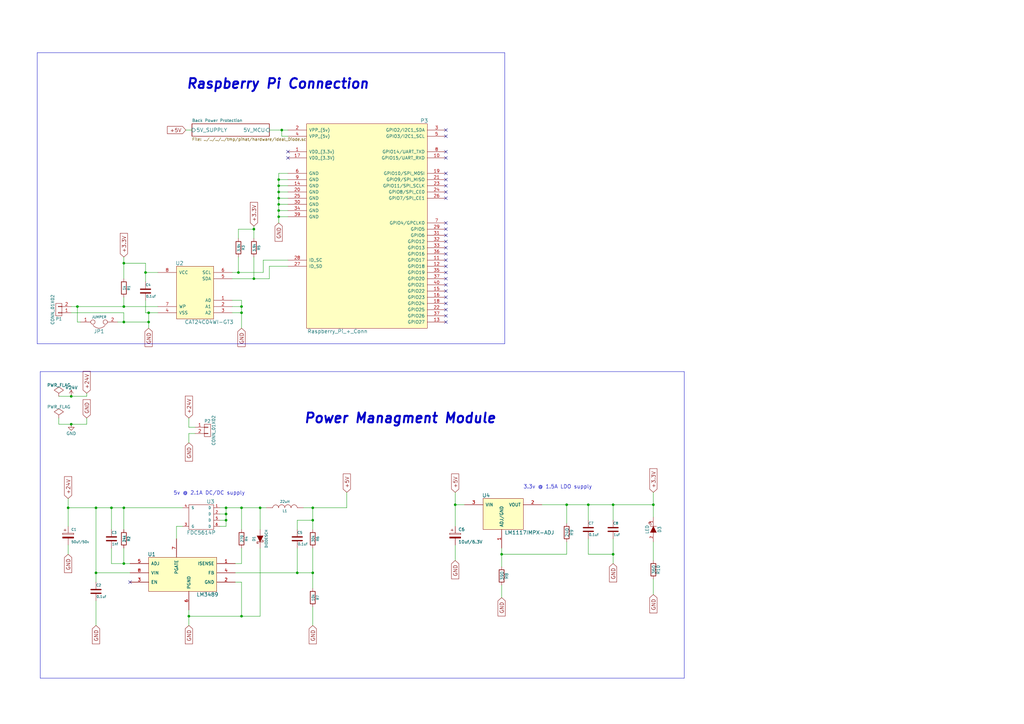
<source format=kicad_sch>
(kicad_sch (version 20230121) (generator eeschema)
  (paper "A3")
  (lib_symbols
    (symbol "cat24c32hu4i-gt3:CAT24C32HU4I-GT3" (pin_names (offset 1.016))
      (property "Reference" "U" (at -2.54 3.81 0))
      (property "Value" "CAT24C32HU4I-GT3" (at 10.16 -20.32 0))
      (symbol "CAT24C32HU4I-GT3_0_1"
        (rectangle (start -3.81 2.54) (end 11.43 -19.05) (fill (type background)))
      )
      (symbol "CAT24C32HU4I-GT3_1_1"
        (pin input line (at 19.05 -11.43 180) (length 7.5946) (name "A0") (number "1"))
        (pin input line (at 19.05 -13.97 180) (length 7.5946) (name "A1") (number "2"))
        (pin input line (at 19.05 -16.51 180) (length 7.5946) (name "A2") (number "3"))
        (pin input line (at -11.43 -16.51 0) (length 7.5946) (name "VSS") (number "4"))
        (pin input line (at 19.05 -2.54 180) (length 7.5946) (name "SDA") (number "5"))
        (pin input line (at 19.05 0 180) (length 7.5946) (name "SCL") (number "6"))
        (pin input line (at -11.43 -13.97 0) (length 7.5946) (name "WP") (number "7"))
        (pin input line (at -11.43 0 0) (length 7.5946) (name "VCC") (number "8"))
      )
    )
    (symbol "fdc5614p:FDC5614P" (pin_names (offset 1.016))
      (property "Reference" "U" (at -3.81 6.35 0))
      (property "Value" "FDC5614P" (at 0 -6.35 0))
      (symbol "FDC5614P_0_1"
        (rectangle (start -5.08 5.08) (end 5.08 -5.08))
      )
      (symbol "FDC5614P_1_1"
        (pin passive line (at -7.62 3.81 0) (length 2.54) (name "D") (number "1"))
        (pin passive line (at -7.62 1.27 0) (length 2.54) (name "D") (number "2"))
        (pin passive line (at 7.62 -3.81 180) (length 2.54) (name "G") (number "3"))
        (pin passive line (at 7.62 3.81 180) (length 2.54) (name "S") (number "4"))
        (pin passive line (at -7.62 -1.27 0) (length 2.54) (name "D") (number "5"))
        (pin passive line (at -7.62 -3.81 0) (length 2.54) (name "D") (number "6"))
      )
    )
    (symbol "lm1117:LM1117IMPX-ADJ" (pin_names (offset 1.016))
      (property "Reference" "U" (at -6.35 7.62 0))
      (property "Value" "LM1117IMPX-ADJ" (at 11.43 -7.62 0))
      (symbol "LM1117IMPX-ADJ_0_1"
        (rectangle (start -7.62 6.35) (end 8.89 -6.35) (fill (type background)))
      )
      (symbol "LM1117IMPX-ADJ_1_1"
        (pin input line (at 0 -13.97 90) (length 7.5946) (name "ADJ/GND") (number "1"))
        (pin input line (at 16.51 3.81 180) (length 7.5946) (name "VOUT") (number "2"))
        (pin input line (at -15.24 3.81 0) (length 7.5946) (name "VIN") (number "3"))
      )
    )
    (symbol "lm3489:LM3489" (pin_names (offset 1.016))
      (property "Reference" "U" (at -10.16 1.27 0))
      (property "Value" "LM3489" (at 12.7 -15.24 0))
      (symbol "LM3489_0_1"
        (rectangle (start -11.43 0) (end 16.51 -13.97) (fill (type background)))
      )
      (symbol "LM3489_1_1"
        (pin input line (at 24.13 -2.54 180) (length 7.5946) (name "ISENSE") (number "1"))
        (pin input line (at 24.13 -10.16 180) (length 7.5946) (name "GND") (number "2"))
        (pin input line (at -19.05 -10.16 0) (length 7.5946) (name "EN") (number "3"))
        (pin input line (at 24.13 -6.35 180) (length 7.5946) (name "FB") (number "4"))
        (pin input line (at -19.05 -2.54 0) (length 7.5946) (name "ADJ") (number "5"))
        (pin input line (at 5.08 -21.59 90) (length 7.5946) (name "PGND") (number "6"))
        (pin input line (at 0 7.62 270) (length 7.5946) (name "PGATE") (number "7"))
        (pin input line (at -19.05 -6.35 0) (length 7.5946) (name "VIN") (number "8"))
      )
    )
    (symbol "pihat_template-rescue:+24V" (power) (pin_names (offset 0))
      (property "Value" "+24V" (at 0 3.556 0))
      (symbol "+24V_0_1"
        (polyline (pts (xy -0.762 1.27) (xy 0 2.54)))
        (polyline (pts (xy 0 0) (xy 0 2.54)))
        (polyline (pts (xy 0 2.54) (xy 0.762 1.27)))
      )
      (symbol "+24V_1_1"
        (pin power_in line (at 0 0 90) (length 0) hide (name "+24V") (number "1"))
      )
    )
    (symbol "pihat_template-rescue:C" (pin_numbers hide) (pin_names (offset 0.254))
      (property "Reference" "C" (at 0.635 2.54 0))
      (property "Value" "C" (at 0.635 -2.54 0))
      (symbol "C_0_1"
        (polyline (pts (xy -2.032 -0.762) (xy 2.032 -0.762)) (stroke (width 0.508)))
        (polyline (pts (xy -2.032 0.762) (xy 2.032 0.762)) (stroke (width 0.508)))
      )
      (symbol "C_1_1"
        (pin passive line (at 0 3.81 270) (length 2.794) (name "~") (number "1"))
        (pin passive line (at 0 -3.81 90) (length 2.794) (name "~") (number "2"))
      )
    )
    (symbol "pihat_template-rescue:CONN_01X02" (pin_names (offset 1.016) hide)
      (property "Reference" "P" (at 0 3.81 0))
      (property "Value" "CONN_01X02" (at 2.54 0 90))
      (symbol "CONN_01X02_0_1"
        (rectangle (start -1.27 -1.143) (end 0.254 -1.397))
        (rectangle (start -1.27 1.397) (end 0.254 1.143))
        (rectangle (start -1.27 2.54) (end 1.27 -2.54))
      )
      (symbol "CONN_01X02_1_1"
        (pin passive line (at -5.08 1.27 0) (length 3.81) (name "P1") (number "1"))
        (pin passive line (at -5.08 -1.27 0) (length 3.81) (name "P2") (number "2"))
      )
    )
    (symbol "pihat_template-rescue:CP" (pin_numbers hide) (pin_names (offset 0.254))
      (property "Reference" "C" (at 0.635 2.54 0))
      (property "Value" "CP" (at 0.635 -2.54 0))
      (symbol "CP_0_1"
        (rectangle (start -2.286 0.508) (end -2.286 1.016))
        (rectangle (start -2.286 0.508) (end 2.286 0.508))
        (polyline (pts (xy -1.778 2.286) (xy -0.762 2.286)))
        (polyline (pts (xy -1.27 2.794) (xy -1.27 1.778)))
        (rectangle (start 2.286 -0.508) (end -2.286 -1.016) (fill (type outline)))
        (rectangle (start 2.286 1.016) (end -2.286 1.016))
        (rectangle (start 2.286 1.016) (end 2.286 0.508))
      )
      (symbol "CP_1_1"
        (pin passive line (at 0 3.81 270) (length 2.794) (name "~") (number "1"))
        (pin passive line (at 0 -3.81 90) (length 2.794) (name "~") (number "2"))
      )
    )
    (symbol "pihat_template-rescue:D_Schottky" (pin_numbers hide) (pin_names (offset 1.016) hide)
      (property "Reference" "D" (at 0 2.54 0))
      (property "Value" "D_Schottky" (at 0 -2.54 0))
      (symbol "D_Schottky_0_1"
        (polyline (pts (xy 1.27 1.27) (xy -1.27 0) (xy 1.27 -1.27)) (fill (type outline)))
        (polyline (pts (xy -1.905 0.635) (xy -1.905 1.27) (xy -1.27 1.27) (xy -1.27 -1.27) (xy -0.635 -1.27) (xy -0.635 -0.635)) (stroke (width 0.2032)))
      )
      (symbol "D_Schottky_1_1"
        (pin passive line (at -3.81 0 0) (length 2.54) (name "K") (number "1"))
        (pin passive line (at 3.81 0 180) (length 2.54) (name "A") (number "2"))
      )
    )
    (symbol "pihat_template-rescue:GND" (power) (pin_names (offset 0))
      (property "Value" "GND" (at 0 -3.81 0))
      (symbol "GND_0_1"
        (polyline (pts (xy 0 0) (xy 0 -1.27) (xy 1.27 -1.27) (xy 0 -2.54) (xy -1.27 -1.27) (xy 0 -1.27)))
      )
      (symbol "GND_1_1"
        (pin power_in line (at 0 0 270) (length 0) hide (name "GND") (number "1"))
      )
    )
    (symbol "pihat_template-rescue:INDUCTOR" (pin_numbers hide) (pin_names (offset 1.016) hide)
      (property "Reference" "L" (at -1.27 0 90))
      (property "Value" "INDUCTOR" (at 2.54 0 90))
      (symbol "INDUCTOR_0_1"
        (arc (start 0.0254 -5.0546) (mid 1.2449 -3.8097) (end 0.0254 -2.54))
        (arc (start 0.0254 -2.5146) (mid 1.2703 -1.2444) (end 0.0254 0.0508))
        (arc (start 0.0254 0.0254) (mid 1.2703 1.2956) (end 0.0254 2.5908))
        (arc (start 0.0254 2.5654) (mid 1.1941 3.7595) (end 0.0254 4.9784))
      )
      (symbol "INDUCTOR_1_1"
        (pin passive line (at 0 7.62 270) (length 2.54) (name "1") (number "1"))
        (pin passive line (at 0 -7.62 90) (length 2.54) (name "2") (number "2"))
      )
    )
    (symbol "pihat_template-rescue:JUMPER" (pin_names (offset 0.762) hide)
      (property "Reference" "JP" (at 0 3.81 0))
      (property "Value" "JUMPER" (at 0 -2.032 0))
      (symbol "JUMPER_0_1"
        (circle (center -2.54 0) (radius 0.889))
        (arc (start 2.5146 1.27) (mid 0.0078 2.5097) (end -2.4892 1.27))
        (circle (center 2.54 0) (radius 0.889))
        (pin passive line (at -7.62 0 0) (length 4.191) (name "1") (number "1"))
        (pin passive line (at 7.62 0 180) (length 4.191) (name "2") (number "2"))
      )
    )
    (symbol "pihat_template-rescue:LED" (pin_names (offset 1.016) hide)
      (property "Reference" "D" (at 0 2.54 0))
      (property "Value" "LED" (at 0 -2.54 0))
      (symbol "LED_0_1"
        (polyline (pts (xy -1.27 1.27) (xy -1.27 -1.27)))
        (polyline (pts (xy -2.032 -0.635) (xy -3.175 -1.651) (xy -3.048 -1.016)))
        (polyline (pts (xy -1.651 -1.016) (xy -2.794 -2.032) (xy -2.667 -1.397)))
        (polyline (pts (xy 1.27 1.27) (xy -1.27 0) (xy 1.27 -1.27)) (fill (type outline)))
      )
      (symbol "LED_1_1"
        (pin passive line (at -5.08 0 0) (length 3.81) (name "K") (number "1"))
        (pin passive line (at 5.08 0 180) (length 3.81) (name "A") (number "2"))
      )
    )
    (symbol "pihat_template-rescue:PWR_FLAG" (power) (pin_numbers hide) (pin_names (offset 0) hide)
      (property "Value" "PWR_FLAG" (at 0 4.572 0))
      (symbol "PWR_FLAG_0_0"
        (pin power_out line (at 0 0 90) (length 0) (name "pwr") (number "1"))
      )
      (symbol "PWR_FLAG_0_1"
        (polyline (pts (xy 0 0) (xy 0 1.27) (xy -1.905 2.54) (xy 0 3.81) (xy 1.905 2.54) (xy 0 1.27)))
      )
    )
    (symbol "pihat_template-rescue:R" (pin_numbers hide) (pin_names (offset 0))
      (property "Reference" "R" (at 2.032 0 90))
      (property "Value" "R" (at 0 0 90))
      (symbol "R_0_1"
        (rectangle (start -1.016 -2.54) (end 1.016 2.54) (stroke (width 0.254)))
      )
      (symbol "R_1_1"
        (pin passive line (at 0 3.81 270) (length 1.27) (name "~") (number "1"))
        (pin passive line (at 0 -3.81 90) (length 1.27) (name "~") (number "2"))
      )
    )
    (symbol "raspberry_pi_+_conn:Raspberry_Pi_+_Conn" (pin_names (offset 1.016))
      (property "Reference" "P" (at -27.94 49.53 0))
      (property "Value" "Raspberry_Pi_+_Conn" (at 7.62 -36.83 0))
      (symbol "Raspberry_Pi_+_Conn_0_1"
        (rectangle (start -29.21 48.26) (end 20.32 -35.56) (fill (type background)))
      )
      (symbol "Raspberry_Pi_+_Conn_1_1"
        (pin input line (at 27.94 36.83 180) (length 7.5946) (name "VDD_(3.3v)") (number "1"))
        (pin input line (at -36.83 34.29 0) (length 7.5946) (name "GPIO15/UART_RXD") (number "10"))
        (pin input line (at -36.83 -7.62 0) (length 7.5946) (name "GPIO17") (number "11"))
        (pin input line (at -36.83 -10.16 0) (length 7.5946) (name "GPIO18") (number "12"))
        (pin input line (at -36.83 -33.02 0) (length 7.5946) (name "GPIO27") (number "13"))
        (pin input line (at 27.94 22.86 180) (length 7.5946) (name "GND") (number "14"))
        (pin input line (at -36.83 -20.32 0) (length 7.5946) (name "GPIO22") (number "15"))
        (pin input line (at -36.83 -22.86 0) (length 7.5946) (name "GPIO23") (number "16"))
        (pin input line (at 27.94 34.29 180) (length 7.5946) (name "VDD_(3.3V)") (number "17"))
        (pin input line (at -36.83 -25.4 0) (length 7.5946) (name "GPIO24") (number "18"))
        (pin input line (at -36.83 27.94 0) (length 7.5946) (name "GPIO10/SPI_M0SI") (number "19"))
        (pin input line (at 27.94 45.72 180) (length 7.5946) (name "VPP_(5v)") (number "2"))
        (pin input line (at 27.94 20.32 180) (length 7.5946) (name "GND") (number "20"))
        (pin input line (at -36.83 25.4 0) (length 7.5946) (name "GPIO9/SPI_MISO") (number "21"))
        (pin input line (at -36.83 -27.94 0) (length 7.5946) (name "GPIO25") (number "22"))
        (pin input line (at -36.83 22.86 0) (length 7.5946) (name "GPIO11/SPI_SCLK") (number "23"))
        (pin input line (at -36.83 20.32 0) (length 7.5946) (name "GPIO8/SPI_CE0") (number "24"))
        (pin input line (at 27.94 17.78 180) (length 7.5946) (name "GND") (number "25"))
        (pin input line (at -36.83 17.78 0) (length 7.5946) (name "GPIO7/SPI_CE1") (number "26"))
        (pin input line (at 27.94 -10.16 180) (length 7.5946) (name "ID_SD") (number "27"))
        (pin input line (at 27.94 -7.62 180) (length 7.5946) (name "ID_SC") (number "28"))
        (pin input line (at -36.83 5.08 0) (length 7.5946) (name "GPIO5") (number "29"))
        (pin input line (at -36.83 45.72 0) (length 7.5946) (name "GPIO2/I2C1_SDA") (number "3"))
        (pin input line (at 27.94 15.24 180) (length 7.5946) (name "GND") (number "30"))
        (pin input line (at -36.83 2.54 0) (length 7.5946) (name "GPIO6") (number "31"))
        (pin input line (at -36.83 0 0) (length 7.5946) (name "GPIO12") (number "32"))
        (pin input line (at -36.83 -2.54 0) (length 7.5946) (name "GPIO13") (number "33"))
        (pin input line (at 27.94 12.7 180) (length 7.5946) (name "GND") (number "34"))
        (pin input line (at -36.83 -12.7 0) (length 7.5946) (name "GPIO19") (number "35"))
        (pin input line (at -36.83 -5.08 0) (length 7.5946) (name "GPIO16") (number "36"))
        (pin input line (at -36.83 -15.24 0) (length 7.5946) (name "GPIO20") (number "37"))
        (pin input line (at -36.83 -30.48 0) (length 7.5946) (name "GPIO26") (number "37"))
        (pin input line (at 27.94 10.16 180) (length 7.5946) (name "GND") (number "39"))
        (pin input line (at 27.94 43.18 180) (length 7.5946) (name "VPP_(5v)") (number "4"))
        (pin input line (at -36.83 -17.78 0) (length 7.5946) (name "GPIO21") (number "40"))
        (pin input line (at -36.83 43.18 0) (length 7.5946) (name "GPIO3/I2C1_SCL") (number "5"))
        (pin input line (at 27.94 27.94 180) (length 7.5946) (name "GND") (number "6"))
        (pin input line (at -36.83 7.62 0) (length 7.5946) (name "GPIO4/GPCLK0") (number "7"))
        (pin input line (at -36.83 36.83 0) (length 7.5946) (name "GPIO14/UART_TXD") (number "8"))
        (pin input line (at 27.94 25.4 180) (length 7.5946) (name "GND") (number "9"))
      )
    )
  )
  (junction (at 39.37 208.28))
  (junction (at 232.41 207.01))
  (junction (at 106.68 208.28))
  (junction (at 50.8 132.08))
  (junction (at 114.3 83.82))
  (junction (at 114.3 81.28))
  (junction (at 114.3 86.36))
  (junction (at 92.71 208.28))
  (junction (at 39.37 234.95))
  (junction (at 50.8 231.14))
  (junction (at 104.14 114.3))
  (junction (at 50.8 208.28))
  (junction (at 99.06 125.73))
  (junction (at 29.21 173.99))
  (junction (at 99.06 252.73))
  (junction (at 50.8 107.95))
  (junction (at 31.75 125.73))
  (junction (at 77.47 252.73))
  (junction (at 104.14 93.98))
  (junction (at 92.71 210.82))
  (junction (at 128.27 234.95))
  (junction (at 128.27 208.28))
  (junction (at 97.79 111.76))
  (junction (at 114.3 78.74))
  (junction (at 50.8 125.73))
  (junction (at 114.3 73.66))
  (junction (at 241.3 207.01))
  (junction (at 99.06 208.28))
  (junction (at 267.97 207.01))
  (junction (at 186.69 207.01))
  (junction (at 205.74 227.33))
  (junction (at 128.27 213.36))
  (junction (at 115.57 53.34))
  (junction (at 45.72 208.28))
  (junction (at 59.69 111.76))
  (junction (at 60.96 132.08))
  (junction (at 27.94 208.28))
  (junction (at 251.46 207.01))
  (junction (at 121.92 234.95))
  (junction (at 29.21 162.56))
  (junction (at 99.06 128.27))
  (junction (at 114.3 88.9))
  (junction (at 60.96 128.27))
  (junction (at 92.71 213.36))
  (junction (at 251.46 227.33))
  (junction (at 114.3 76.2))
  (no_connect (at 182.88 109.22))
  (no_connect (at 182.88 106.68))
  (no_connect (at 182.88 132.08))
  (no_connect (at 182.88 73.66))
  (no_connect (at 118.11 62.23))
  (no_connect (at 182.88 91.44))
  (no_connect (at 182.88 62.23))
  (no_connect (at 182.88 76.2))
  (no_connect (at 182.88 81.28))
  (no_connect (at 182.88 55.88))
  (no_connect (at 182.88 101.6))
  (no_connect (at 182.88 121.92))
  (no_connect (at 182.88 111.76))
  (no_connect (at 182.88 53.34))
  (no_connect (at 182.88 93.98))
  (no_connect (at 182.88 129.54))
  (no_connect (at 182.88 119.38))
  (no_connect (at 182.88 78.74))
  (no_connect (at 182.88 99.06))
  (no_connect (at 182.88 124.46))
  (no_connect (at 182.88 64.77))
  (no_connect (at 182.88 116.84))
  (no_connect (at 182.88 71.12))
  (no_connect (at 182.88 114.3))
  (no_connect (at 182.88 127))
  (no_connect (at 182.88 104.14))
  (no_connect (at 53.34 238.76))
  (no_connect (at 118.11 64.77))
  (no_connect (at 182.88 96.52))
  (wire (pts (xy 60.96 128.27) (xy 60.96 132.08)))
  (wire (pts (xy 114.3 86.36) (xy 114.3 88.9)))
  (wire (pts (xy 50.8 107.95) (xy 50.8 114.3)))
  (wire (pts (xy 118.11 81.28) (xy 114.3 81.28)))
  (wire (pts (xy 45.72 224.79) (xy 45.72 231.14)))
  (wire (pts (xy 107.95 106.68) (xy 118.11 106.68)))
  (wire (pts (xy 92.71 215.9) (xy 90.17 215.9)))
  (wire (pts (xy 97.79 105.41) (xy 97.79 111.76)))
  (wire (pts (xy 205.74 227.33) (xy 205.74 232.41)))
  (wire (pts (xy 114.3 88.9) (xy 118.11 88.9)))
  (wire (pts (xy 77.47 252.73) (xy 77.47 256.54)))
  (wire (pts (xy 27.94 208.28) (xy 27.94 215.9)))
  (wire (pts (xy 95.25 114.3) (xy 104.14 114.3)))
  (wire (pts (xy 232.41 207.01) (xy 232.41 214.63)))
  (wire (pts (xy 241.3 227.33) (xy 251.46 227.33)))
  (wire (pts (xy 92.71 213.36) (xy 90.17 213.36)))
  (wire (pts (xy 97.79 93.98) (xy 97.79 97.79)))
  (wire (pts (xy 59.69 128.27) (xy 60.96 128.27)))
  (wire (pts (xy 59.69 107.95) (xy 59.69 111.76)))
  (wire (pts (xy 115.57 55.88) (xy 115.57 53.34)))
  (wire (pts (xy 118.11 73.66) (xy 114.3 73.66)))
  (wire (pts (xy 50.8 128.27) (xy 50.8 132.08)))
  (wire (pts (xy 50.8 231.14) (xy 53.34 231.14)))
  (wire (pts (xy 90.17 210.82) (xy 92.71 210.82)))
  (wire (pts (xy 50.8 208.28) (xy 50.8 217.17)))
  (wire (pts (xy 45.72 208.28) (xy 50.8 208.28)))
  (polyline (pts (xy 16.51 278.13) (xy 280.67 278.13)))
  (wire (pts (xy 118.11 83.82) (xy 114.3 83.82)))
  (wire (pts (xy 251.46 220.98) (xy 251.46 227.33)))
  (wire (pts (xy 50.8 208.28) (xy 74.93 208.28)))
  (wire (pts (xy 99.06 123.19) (xy 99.06 125.73)))
  (wire (pts (xy 59.69 107.95) (xy 50.8 107.95)))
  (polyline (pts (xy 280.67 152.4) (xy 16.51 152.4)))
  (wire (pts (xy 95.25 111.76) (xy 97.79 111.76)))
  (wire (pts (xy 267.97 207.01) (xy 267.97 212.09)))
  (wire (pts (xy 29.21 162.56) (xy 35.56 162.56)))
  (wire (pts (xy 50.8 224.79) (xy 50.8 231.14)))
  (wire (pts (xy 99.06 238.76) (xy 99.06 252.73)))
  (wire (pts (xy 27.94 208.28) (xy 39.37 208.28)))
  (wire (pts (xy 241.3 207.01) (xy 241.3 213.36)))
  (wire (pts (xy 104.14 105.41) (xy 104.14 114.3)))
  (wire (pts (xy 251.46 207.01) (xy 267.97 207.01)))
  (wire (pts (xy 99.06 208.28) (xy 99.06 217.17)))
  (wire (pts (xy 27.94 204.47) (xy 27.94 208.28)))
  (polyline (pts (xy 15.24 140.97) (xy 207.01 140.97)))
  (wire (pts (xy 74.93 215.9) (xy 72.39 215.9)))
  (wire (pts (xy 241.3 207.01) (xy 251.46 207.01)))
  (wire (pts (xy 35.56 162.56) (xy 35.56 161.29)))
  (wire (pts (xy 251.46 207.01) (xy 251.46 213.36)))
  (wire (pts (xy 106.68 252.73) (xy 106.68 224.79)))
  (wire (pts (xy 104.14 92.71) (xy 104.14 93.98)))
  (wire (pts (xy 114.3 73.66) (xy 114.3 76.2)))
  (wire (pts (xy 110.49 109.22) (xy 118.11 109.22)))
  (wire (pts (xy 104.14 114.3) (xy 110.49 114.3)))
  (wire (pts (xy 267.97 201.93) (xy 267.97 207.01)))
  (wire (pts (xy 77.47 175.26) (xy 77.47 171.45)))
  (wire (pts (xy 104.14 93.98) (xy 104.14 97.79)))
  (wire (pts (xy 190.5 207.01) (xy 186.69 207.01)))
  (wire (pts (xy 118.11 78.74) (xy 114.3 78.74)))
  (wire (pts (xy 92.71 213.36) (xy 92.71 215.9)))
  (wire (pts (xy 205.74 240.03) (xy 205.74 245.11)))
  (wire (pts (xy 99.06 252.73) (xy 106.68 252.73)))
  (wire (pts (xy 64.77 111.76) (xy 59.69 111.76)))
  (wire (pts (xy 59.69 111.76) (xy 59.69 115.57)))
  (wire (pts (xy 99.06 231.14) (xy 96.52 231.14)))
  (wire (pts (xy 60.96 132.08) (xy 60.96 134.62)))
  (polyline (pts (xy 207.01 140.97) (xy 207.01 21.59)))
  (wire (pts (xy 110.49 114.3) (xy 110.49 109.22)))
  (wire (pts (xy 96.52 234.95) (xy 121.92 234.95)))
  (wire (pts (xy 48.26 132.08) (xy 50.8 132.08)))
  (wire (pts (xy 106.68 208.28) (xy 109.22 208.28)))
  (wire (pts (xy 267.97 237.49) (xy 267.97 243.84)))
  (wire (pts (xy 128.27 234.95) (xy 128.27 241.3)))
  (wire (pts (xy 99.06 125.73) (xy 99.06 128.27)))
  (wire (pts (xy 96.52 238.76) (xy 99.06 238.76)))
  (wire (pts (xy 121.92 213.36) (xy 128.27 213.36)))
  (polyline (pts (xy 280.67 278.13) (xy 280.67 152.4)))
  (wire (pts (xy 92.71 210.82) (xy 92.71 213.36)))
  (polyline (pts (xy 16.51 152.4) (xy 16.51 278.13)))
  (wire (pts (xy 115.57 53.34) (xy 118.11 53.34)))
  (wire (pts (xy 31.75 132.08) (xy 31.75 125.73)))
  (wire (pts (xy 92.71 208.28) (xy 99.06 208.28)))
  (wire (pts (xy 186.69 223.52) (xy 186.69 229.87)))
  (wire (pts (xy 29.21 173.99) (xy 35.56 173.99)))
  (wire (pts (xy 80.01 177.8) (xy 77.47 177.8)))
  (wire (pts (xy 128.27 208.28) (xy 128.27 213.36)))
  (wire (pts (xy 114.3 76.2) (xy 114.3 78.74)))
  (wire (pts (xy 121.92 224.79) (xy 121.92 234.95)))
  (wire (pts (xy 90.17 208.28) (xy 92.71 208.28)))
  (wire (pts (xy 95.25 125.73) (xy 99.06 125.73)))
  (wire (pts (xy 29.21 128.27) (xy 50.8 128.27)))
  (wire (pts (xy 128.27 248.92) (xy 128.27 256.54)))
  (wire (pts (xy 59.69 123.19) (xy 59.69 128.27)))
  (wire (pts (xy 77.47 177.8) (xy 77.47 181.61)))
  (wire (pts (xy 205.74 224.79) (xy 205.74 227.33)))
  (wire (pts (xy 232.41 207.01) (xy 241.3 207.01)))
  (wire (pts (xy 39.37 234.95) (xy 39.37 238.76)))
  (wire (pts (xy 50.8 105.41) (xy 50.8 107.95)))
  (wire (pts (xy 114.3 83.82) (xy 114.3 86.36)))
  (wire (pts (xy 72.39 215.9) (xy 72.39 220.98)))
  (wire (pts (xy 31.75 125.73) (xy 50.8 125.73)))
  (wire (pts (xy 76.2 53.34) (xy 78.74 53.34)))
  (wire (pts (xy 99.06 208.28) (xy 106.68 208.28)))
  (wire (pts (xy 121.92 213.36) (xy 121.92 217.17)))
  (wire (pts (xy 118.11 86.36) (xy 114.3 86.36)))
  (wire (pts (xy 45.72 208.28) (xy 45.72 217.17)))
  (wire (pts (xy 39.37 246.38) (xy 39.37 256.54)))
  (wire (pts (xy 118.11 55.88) (xy 115.57 55.88)))
  (wire (pts (xy 29.21 125.73) (xy 31.75 125.73)))
  (wire (pts (xy 104.14 93.98) (xy 97.79 93.98)))
  (wire (pts (xy 186.69 207.01) (xy 186.69 215.9)))
  (wire (pts (xy 251.46 227.33) (xy 251.46 231.14)))
  (wire (pts (xy 45.72 231.14) (xy 50.8 231.14)))
  (wire (pts (xy 77.47 252.73) (xy 99.06 252.73)))
  (wire (pts (xy 27.94 223.52) (xy 27.94 227.33)))
  (wire (pts (xy 114.3 88.9) (xy 114.3 91.44)))
  (wire (pts (xy 222.25 207.01) (xy 232.41 207.01)))
  (wire (pts (xy 50.8 125.73) (xy 50.8 121.92)))
  (wire (pts (xy 106.68 208.28) (xy 106.68 217.17)))
  (wire (pts (xy 60.96 128.27) (xy 64.77 128.27)))
  (wire (pts (xy 186.69 201.93) (xy 186.69 207.01)))
  (wire (pts (xy 241.3 220.98) (xy 241.3 227.33)))
  (wire (pts (xy 39.37 208.28) (xy 45.72 208.28)))
  (wire (pts (xy 50.8 125.73) (xy 64.77 125.73)))
  (wire (pts (xy 35.56 173.99) (xy 35.56 171.45)))
  (polyline (pts (xy 15.24 21.59) (xy 15.24 140.97)))
  (wire (pts (xy 142.24 208.28) (xy 142.24 201.93)))
  (wire (pts (xy 95.25 128.27) (xy 99.06 128.27)))
  (wire (pts (xy 24.13 171.45) (xy 24.13 173.99)))
  (wire (pts (xy 118.11 71.12) (xy 114.3 71.12)))
  (wire (pts (xy 99.06 224.79) (xy 99.06 231.14)))
  (wire (pts (xy 114.3 71.12) (xy 114.3 73.66)))
  (wire (pts (xy 77.47 250.19) (xy 77.47 252.73)))
  (wire (pts (xy 33.02 132.08) (xy 31.75 132.08)))
  (polyline (pts (xy 207.01 21.59) (xy 15.24 21.59)))
  (wire (pts (xy 114.3 81.28) (xy 114.3 83.82)))
  (wire (pts (xy 24.13 162.56) (xy 29.21 162.56)))
  (wire (pts (xy 232.41 222.25) (xy 232.41 227.33)))
  (wire (pts (xy 128.27 213.36) (xy 128.27 217.17)))
  (wire (pts (xy 110.49 53.34) (xy 115.57 53.34)))
  (wire (pts (xy 39.37 234.95) (xy 53.34 234.95)))
  (wire (pts (xy 50.8 132.08) (xy 60.96 132.08)))
  (wire (pts (xy 92.71 208.28) (xy 92.71 210.82)))
  (wire (pts (xy 232.41 227.33) (xy 205.74 227.33)))
  (wire (pts (xy 97.79 111.76) (xy 107.95 111.76)))
  (wire (pts (xy 267.97 222.25) (xy 267.97 229.87)))
  (wire (pts (xy 114.3 78.74) (xy 114.3 81.28)))
  (wire (pts (xy 99.06 128.27) (xy 99.06 134.62)))
  (wire (pts (xy 95.25 123.19) (xy 99.06 123.19)))
  (wire (pts (xy 121.92 234.95) (xy 128.27 234.95)))
  (wire (pts (xy 124.46 208.28) (xy 128.27 208.28)))
  (wire (pts (xy 80.01 175.26) (xy 77.47 175.26)))
  (wire (pts (xy 24.13 173.99) (xy 29.21 173.99)))
  (wire (pts (xy 107.95 111.76) (xy 107.95 106.68)))
  (wire (pts (xy 118.11 76.2) (xy 114.3 76.2)))
  (wire (pts (xy 128.27 208.28) (xy 142.24 208.28)))
  (wire (pts (xy 39.37 208.28) (xy 39.37 234.95)))
  (wire (pts (xy 128.27 224.79) (xy 128.27 234.95)))
  (text "5v @ 2.1A DC/DC supply" (at 71.12 203.2 0) (effects (font (size 1.524 1.524)) (justify left bottom)))
  (text "3.3v @ 1.5A LDO supply" (at 214.63 200.66 0) (effects (font (size 1.524 1.524)) (justify left bottom)))
  (text "Power Managment Module" (at 124.46 173.99 0) (effects (font (size 3.9878 3.9878) (thickness 0.7976) bold italic) (justify left bottom)))
  (text "Raspberry Pi Connection" (at 76.2 36.83 0) (effects (font (size 3.9878 3.9878) (thickness 0.7976) bold italic) (justify left bottom)))
  (global_label "+5V" (shape input) (at 186.69 201.93 90) (effects (font (size 1.524 1.524))) (property "Intersheetrefs" "${INTERSHEET_REFS}" (effects hide)))
  (global_label "GND" (shape input) (at 114.3 91.44 270) (effects (font (size 1.524 1.524))) (property "Intersheetrefs" "${INTERSHEET_REFS}" (effects hide)))
  (global_label "GND" (shape input) (at 205.74 245.11 270) (effects (font (size 1.524 1.524))) (property "Intersheetrefs" "${INTERSHEET_REFS}" (effects hide)))
  (global_label "GND" (shape input) (at 99.06 134.62 270) (effects (font (size 1.524 1.524))) (property "Intersheetrefs" "${INTERSHEET_REFS}" (effects hide)))
  (global_label "+3.3V" (shape input) (at 104.14 92.71 90) (effects (font (size 1.524 1.524))) (property "Intersheetrefs" "${INTERSHEET_REFS}" (effects hide)))
  (global_label "GND" (shape input) (at 35.56 171.45 90) (effects (font (size 1.524 1.524))) (property "Intersheetrefs" "${INTERSHEET_REFS}" (effects hide)))
  (global_label "+24V" (shape input) (at 35.56 161.29 90) (effects (font (size 1.524 1.524))) (property "Intersheetrefs" "${INTERSHEET_REFS}" (effects hide)))
  (global_label "GND" (shape input) (at 186.69 229.87 270) (effects (font (size 1.524 1.524))) (property "Intersheetrefs" "${INTERSHEET_REFS}" (effects hide)))
  (global_label "+3.3V" (shape input) (at 267.97 201.93 90) (effects (font (size 1.524 1.524))) (property "Intersheetrefs" "${INTERSHEET_REFS}" (effects hide)))
  (global_label "GND" (shape input) (at 60.96 134.62 270) (effects (font (size 1.524 1.524))) (property "Intersheetrefs" "${INTERSHEET_REFS}" (effects hide)))
  (global_label "GND" (shape input) (at 77.47 181.61 270) (effects (font (size 1.524 1.524))) (property "Intersheetrefs" "${INTERSHEET_REFS}" (effects hide)))
  (global_label "GND" (shape input) (at 128.27 256.54 270) (effects (font (size 1.524 1.524))) (property "Intersheetrefs" "${INTERSHEET_REFS}" (effects hide)))
  (global_label "GND" (shape input) (at 251.46 231.14 270) (effects (font (size 1.524 1.524))) (property "Intersheetrefs" "${INTERSHEET_REFS}" (effects hide)))
  (global_label "GND" (shape input) (at 39.37 256.54 270) (effects (font (size 1.524 1.524))) (property "Intersheetrefs" "${INTERSHEET_REFS}" (effects hide)))
  (global_label "+5V" (shape input) (at 142.24 201.93 90) (effects (font (size 1.524 1.524))) (property "Intersheetrefs" "${INTERSHEET_REFS}" (effects hide)))
  (global_label "+24V" (shape input) (at 77.47 171.45 90) (effects (font (size 1.524 1.524))) (property "Intersheetrefs" "${INTERSHEET_REFS}" (effects hide)))
  (global_label "+5V" (shape input) (at 76.2 53.34 180) (effects (font (size 1.524 1.524))) (property "Intersheetrefs" "${INTERSHEET_REFS}" (effects hide)))
  (global_label "GND" (shape input) (at 27.94 227.33 270) (effects (font (size 1.524 1.524))) (property "Intersheetrefs" "${INTERSHEET_REFS}" (effects hide)))
  (global_label "GND" (shape input) (at 77.47 256.54 270) (effects (font (size 1.524 1.524))) (property "Intersheetrefs" "${INTERSHEET_REFS}" (effects hide)))
  (global_label "+3.3V" (shape input) (at 50.8 105.41 90) (effects (font (size 1.524 1.524))) (property "Intersheetrefs" "${INTERSHEET_REFS}" (effects hide)))
  (global_label "GND" (shape input) (at 267.97 243.84 270) (effects (font (size 1.524 1.524))) (property "Intersheetrefs" "${INTERSHEET_REFS}" (effects hide)))
  (global_label "+24V" (shape input) (at 27.94 204.47 90) (effects (font (size 1.524 1.524))) (property "Intersheetrefs" "${INTERSHEET_REFS}" (effects hide)))
  (symbol (lib_id "raspberry_pi_+_conn:Raspberry_Pi_+_Conn") (at 146.05 99.06 0) (mirror y) (unit 1)
    (property "Reference" "P3" (at 173.99 49.53 0) (effects (font (size 1.524 1.524))))
    (property "Value" "Raspberry_Pi_+_Conn" (at 138.43 135.89 0) (effects (font (size 1.524 1.524))))
    (property "Footprint" "project:pin_socket_20x2" (effects hide))
    (property "Mouser Part No." "517-30340-6002" (effects hide))
    (property "Farnell Part No." "2668422" (effects hide))
  )
  (symbol (lib_id "cat24c32hu4i-gt3:CAT24C32HU4I-GT3") (at 76.2 111.76 0) (unit 1)
    (property "Reference" "U2" (at 73.66 107.95 0) (effects (font (size 1.524 1.524))))
    (property "Value" "CAT24C04WI-GT3 " (at 86.36 132.08 0) (effects (font (size 1.524 1.524))))
    (property "Footprint" "project:CAT24C04WI-GT3" (effects hide))
    (property "Mouser Part No." "698-CAT24C32YI-GT3" (effects hide))
    (property "Farnell Part No." "2463704" (effects hide))
  )
  (symbol (lib_id "pihat_template-rescue:R") (at 50.8 118.11 0) (unit 1)
    (property "Reference" "R1" (at 52.832 118.11 90) (effects (font (size 1.016 1.016))))
    (property "Value" "1k" (at 50.9778 118.0846 90) (effects (font (size 1.016 1.016))))
    (property "Footprint" "project:r_0805" (effects hide))
    (property "Mouser Part No." "754-RR0510P-102D" (effects hide))
    (property "Farnell Part No." "2324716" (effects hide))
  )
  (symbol (lib_id "pihat_template-rescue:CONN_01X02") (at 24.13 127 180) (unit 1)
    (property "Reference" "P1" (at 24.13 130.81 0))
    (property "Value" "CONN_01X02" (at 21.59 127 90))
    (property "Footprint" "project:pin_strip_2" (effects hide))
    (property "Farnell Part No." "?" (effects hide))
  )
  (symbol (lib_id "pihat_template-rescue:R") (at 97.79 101.6 0) (unit 1)
    (property "Reference" "R3" (at 99.822 101.6 90) (effects (font (size 1.016 1.016))))
    (property "Value" "3.9k" (at 97.9678 101.5746 90) (effects (font (size 1.016 1.016))))
    (property "Footprint" "project:r_0805" (effects hide))
    (property "Mouser Part No." "71-CRCW04023K90FKED" (effects hide))
    (property "Farnell Part No." "2563570" (effects hide))
  )
  (symbol (lib_id "pihat_template-rescue:R") (at 104.14 101.6 0) (unit 1)
    (property "Reference" "R5" (at 106.172 101.6 90) (effects (font (size 1.016 1.016))))
    (property "Value" "3.9k" (at 104.3178 101.5746 90) (effects (font (size 1.016 1.016))))
    (property "Footprint" "project:r_0805" (effects hide))
    (property "Mouser Part No." "71-CRCW04023K90FKED" (effects hide))
    (property "Farnell Part No." "2563570" (effects hide))
  )
  (symbol (lib_id "pihat_template-rescue:JUMPER") (at 40.64 132.08 0) (mirror x) (unit 1)
    (property "Reference" "JP1" (at 40.64 135.89 0) (effects (font (size 1.524 1.524))))
    (property "Value" "JUMPER" (at 40.64 130.048 0) (effects (font (size 1.016 1.016))))
    (property "Footprint" "project:r_0805" (effects hide))
    (property "Farnell Part No." "?" (effects hide))
  )
  (symbol (lib_id "lm3489:LM3489") (at 72.39 228.6 0) (unit 1)
    (property "Reference" "U1" (at 62.23 227.33 0) (effects (font (size 1.524 1.524))))
    (property "Value" "LM3489" (at 85.09 243.84 0) (effects (font (size 1.524 1.524))))
    (property "Footprint" "project:VSSOP-8_3.0x3.0mm_Pitch0.65mm" (effects hide))
    (property "Farnell Part No." "1312570" (effects hide))
  )
  (symbol (lib_id "pihat_template-rescue:R") (at 50.8 220.98 0) (unit 1)
    (property "Reference" "R2" (at 52.832 220.98 90) (effects (font (size 1.016 1.016))))
    (property "Value" "24k" (at 50.9778 220.9546 90) (effects (font (size 1.016 1.016))))
    (property "Footprint" "project:r_0805" (effects hide))
    (property "Mouser Part No." "71-CRCW0402-24K-E3" (effects hide))
    (property "Farnell Part No." "2379837" (effects hide))
  )
  (symbol (lib_id "pihat_template-rescue:C") (at 39.37 242.57 0) (unit 1)
    (property "Reference" "C2" (at 39.37 240.03 0) (effects (font (size 1.016 1.016)) (justify left)))
    (property "Value" "0.1uf" (at 39.5224 244.729 0) (effects (font (size 1.016 1.016)) (justify left)))
    (property "Footprint" "project:c_0805" (effects hide))
    (property "Mouser Part No." "810-C1005X5R1H104K" (effects hide))
    (property "Farnell Part No." "2210822" (effects hide))
  )
  (symbol (lib_id "pihat_template-rescue:CP") (at 27.94 219.71 0) (unit 1)
    (property "Reference" "C1" (at 29.21 217.17 0) (effects (font (size 1.016 1.016)) (justify left)))
    (property "Value" "50uf/50v" (at 29.21 222.25 0) (effects (font (size 1.016 1.016)) (justify left)))
    (property "Footprint" "project:c_elec_6.3x7.7" (effects hide))
    (property "Mouser Part No." "647-UUR1H470MCL6GS" (effects hide))
    (property "Farnell Part No." "1973367" (effects hide))
  )
  (symbol (lib_id "pihat_template-rescue:C") (at 45.72 220.98 0) (unit 1)
    (property "Reference" "C3" (at 45.72 218.44 0) (effects (font (size 1.016 1.016)) (justify left)))
    (property "Value" "1nf" (at 45.8724 223.139 0) (effects (font (size 1.016 1.016)) (justify left)))
    (property "Footprint" "project:c_0805" (effects hide))
    (property "Mouser Part No." "810-C1005C0G2A102J5C" (effects hide))
    (property "Farnell Part No." "1907278" (effects hide))
  )
  (symbol (lib_id "pihat_template-rescue:R") (at 99.06 220.98 0) (unit 1)
    (property "Reference" "R4" (at 101.092 220.98 90) (effects (font (size 1.016 1.016))))
    (property "Value" "270" (at 99.2378 220.9546 90) (effects (font (size 1.016 1.016))))
    (property "Footprint" "project:r_0805" (effects hide))
    (property "Mouser Part No." "667-ERJ-P6WJ271V" (effects hide))
    (property "Farnell Part No." "2324732" (effects hide))
  )
  (symbol (lib_id "pihat_template-rescue:D_Schottky") (at 106.68 220.98 90) (unit 1)
    (property "Reference" "D1" (at 104.14 220.98 0) (effects (font (size 1.016 1.016))))
    (property "Value" "DIODESCH" (at 109.22 220.98 0) (effects (font (size 1.016 1.016))))
    (property "Footprint" "project:do214aa" (effects hide))
    (property "Farnell Part No." "2628293" (effects hide))
  )
  (symbol (lib_id "pihat_template-rescue:INDUCTOR") (at 116.84 208.28 90) (unit 1)
    (property "Reference" "L1" (at 116.84 209.55 90) (effects (font (size 1.016 1.016))))
    (property "Value" "22uH" (at 116.84 205.74 90) (effects (font (size 1.016 1.016))))
    (property "Footprint" "project:inductor_smd_8x5mm" (effects hide))
    (property "Mouser Part No." "652-SRN8040-220M" (effects hide))
    (property "Farnell Part No." "2061671" (effects hide))
  )
  (symbol (lib_id "pihat_template-rescue:R") (at 128.27 220.98 0) (unit 1)
    (property "Reference" "R6" (at 130.302 220.98 90) (effects (font (size 1.016 1.016))))
    (property "Value" "30k" (at 128.4478 220.9546 90) (effects (font (size 1.016 1.016))))
    (property "Footprint" "project:r_0805" (effects hide))
    (property "Mouser Part No." "594-MCT06030C3002FP5" (effects hide))
    (property "Farnell Part No." "2379844" (effects hide))
  )
  (symbol (lib_id "pihat_template-rescue:R") (at 128.27 245.11 0) (unit 1)
    (property "Reference" "R7" (at 130.302 245.11 90) (effects (font (size 1.016 1.016))))
    (property "Value" "10k" (at 128.4478 245.0846 90) (effects (font (size 1.016 1.016))))
    (property "Footprint" "project:r_0805" (effects hide))
    (property "Mouser Part No." "71-CRCW0603-10K-E3" (effects hide))
    (property "Farnell Part No." "2324717" (effects hide))
  )
  (symbol (lib_id "fdc5614p:FDC5614P") (at 82.55 212.09 0) (mirror y) (unit 1)
    (property "Reference" "U3" (at 86.36 205.74 0) (effects (font (size 1.524 1.524))))
    (property "Value" "FDC5614P" (at 82.55 218.44 0) (effects (font (size 1.524 1.524))))
    (property "Footprint" "project:sot23-6" (effects hide))
    (property "Mouser Part No." "512-FDC5614P" (effects hide))
    (property "Farnell Part No." "1471036" (effects hide))
  )
  (symbol (lib_id "pihat_template-rescue:C") (at 121.92 220.98 0) (unit 1)
    (property "Reference" "C5" (at 121.92 218.44 0) (effects (font (size 1.016 1.016)) (justify left)))
    (property "Value" "0.1uf" (at 122.0724 223.139 0) (effects (font (size 1.016 1.016)) (justify left)))
    (property "Footprint" "project:c_0805" (effects hide))
    (property "Mouser Part No." "810-C1005X5R1H104K" (effects hide))
    (property "Farnell Part No." "2210822" (effects hide))
  )
  (symbol (lib_id "pihat_template-rescue:C") (at 241.3 217.17 0) (unit 1)
    (property "Reference" "C7" (at 241.3 214.63 0) (effects (font (size 1.016 1.016)) (justify left)))
    (property "Value" "0.1uf" (at 241.4524 219.329 0) (effects (font (size 1.016 1.016)) (justify left)))
    (property "Footprint" "project:c_0805" (effects hide))
    (property "Mouser Part No." "810-C1005X5R1H104K" (effects hide))
    (property "Farnell Part No." "2210822" (effects hide))
  )
  (symbol (lib_id "lm1117:LM1117IMPX-ADJ") (at 205.74 210.82 0) (unit 1)
    (property "Reference" "U4" (at 199.39 203.2 0) (effects (font (size 1.524 1.524))))
    (property "Value" "LM1117IMPX-ADJ" (at 217.17 218.44 0) (effects (font (size 1.524 1.524))))
    (property "Footprint" "project:sot223" (effects hide))
    (property "Mouser Part No." "926-M1117IMPXADJNOPB" (effects hide))
    (property "Farnell Part No." "2463930" (effects hide))
  )
  (symbol (lib_id "pihat_template-rescue:CP") (at 186.69 219.71 0) (unit 1)
    (property "Reference" "C6" (at 187.96 217.17 0) (effects (justify left)))
    (property "Value" "10uf/6.3V" (at 187.96 222.25 0) (effects (justify left)))
    (property "Footprint" "project:c_elec_4x5.3" (effects hide))
    (property "Mouser Part No." "5985-AVS16V100-F" (effects hide))
    (property "Farnell Part No." "2466348" (effects hide))
  )
  (symbol (lib_id "pihat_template-rescue:R") (at 205.74 236.22 0) (unit 1)
    (property "Reference" "R8" (at 207.772 236.22 90))
    (property "Value" "390" (at 205.9178 236.1946 90))
    (property "Footprint" "project:r_0805" (effects hide))
    (property "Mouser Part No." "594-MCT06030C3900FP5" (effects hide))
    (property "Farnell Part No." "2379851" (effects hide))
  )
  (symbol (lib_id "pihat_template-rescue:R") (at 232.41 218.44 0) (unit 1)
    (property "Reference" "R9" (at 234.442 218.44 90))
    (property "Value" "240" (at 232.5878 218.4146 90))
    (property "Footprint" "project:r_0805" (effects hide))
    (property "Mouser Part No." "754-RR0816P-241D" (effects hide))
    (property "Farnell Part No." "2379835" (effects hide))
  )
  (symbol (lib_id "pihat_template-rescue:LED") (at 267.97 217.17 270) (unit 1)
    (property "Reference" "D3" (at 270.51 217.17 0))
    (property "Value" "LED" (at 265.43 217.17 0))
    (property "Footprint" "project:Led_0603" (effects hide))
    (property "Mouser Part No." "743-HT-191USD" (effects hide))
    (property "Farnell Part No." "1652083" (effects hide))
  )
  (symbol (lib_id "pihat_template-rescue:R") (at 267.97 233.68 0) (unit 1)
    (property "Reference" "R10" (at 270.002 233.68 90))
    (property "Value" "360" (at 268.1478 233.6546 90))
    (property "Footprint" "project:r_0805" (effects hide))
    (property "Mouser Part No." "71-CRCW0603316RFKEB" (effects hide))
    (property "Farnell Part No." "2379848" (effects hide))
  )
  (symbol (lib_id "pihat_template-rescue:CONN_01X02") (at 85.09 176.53 0) (unit 1)
    (property "Reference" "P2" (at 85.09 172.72 0))
    (property "Value" "CONN_01X02" (at 87.63 176.53 90))
    (property "Footprint" "project:mkds_1,5-2" (effects hide))
    (property "Mouser Part No." "651-1904383" (effects hide))
    (property "Farnell Part No." "2008004" (effects hide))
  )
  (symbol (lib_id "pihat_template-rescue:C") (at 59.69 119.38 0) (unit 1)
    (property "Reference" "C4" (at 59.69 116.84 0) (effects (font (size 1.016 1.016)) (justify left)))
    (property "Value" "0.1uf" (at 59.8424 121.539 0) (effects (font (size 1.016 1.016)) (justify left)))
    (property "Footprint" "project:c_0805" (effects hide))
    (property "Mouser Part No." "810-C1005X5R1H104K" (effects hide))
    (property "Farnell Part No." "2210822" (effects hide))
  )
  (symbol (lib_id "pihat_template-rescue:C") (at 251.46 217.17 0) (unit 1)
    (property "Reference" "C8" (at 251.46 214.63 0) (effects (font (size 1.016 1.016)) (justify left)))
    (property "Value" "1uf" (at 251.6124 219.329 0) (effects (font (size 1.016 1.016)) (justify left)))
    (property "Footprint" "project:c_0805" (effects hide))
    (property "Mouser Part No." "810-C1005X5R1H104K" (effects hide))
    (property "Farnell Part No." "2346885" (effects hide))
  )
  (symbol (lib_id "pihat_template-rescue:PWR_FLAG") (at 24.13 162.56 0) (unit 1)
    (property "Reference" "#FLG01" (effects hide))
    (property "Value" "PWR_FLAG" (at 24.13 157.988 0))
  )
  (symbol (lib_id "pihat_template-rescue:+24V") (at 29.21 162.56 0) (unit 1)
    (property "Reference" "#PWR02" (effects hide))
    (property "Value" "+24V" (at 29.21 159.004 0))
  )
  (symbol (lib_id "pihat_template-rescue:PWR_FLAG") (at 24.13 171.45 0) (unit 1)
    (property "Reference" "#FLG03" (effects hide))
    (property "Value" "PWR_FLAG" (at 24.13 166.878 0))
  )
  (symbol (lib_id "pihat_template-rescue:GND") (at 29.21 173.99 0) (unit 1)
    (property "Reference" "#PWR04" (effects hide))
    (property "Value" "GND" (at 29.21 177.8 0))
  )
  (sheet (at 78.74 50.8) (size 31.75 5.08)
    (property "Sheetname" "Back Power Protection" (at 78.74 50.1265 0) (effects (font (size 1.1938 1.1938)) (justify left bottom)))
    (property "Sheetfile" "../../../../tmp/pihat/hardware/Ideal_Diode.sch" (at 78.74 56.4341 0) (effects (font (size 1.1938 1.1938)) (justify left top)))
    (pin "5V_SUPPLY" input (at 78.74 53.34 180) (effects (font (size 1.524 1.524))))
    (pin "5V_MCU" input (at 110.49 53.34 0) (effects (font (size 1.524 1.524))))
  )
)
</source>
